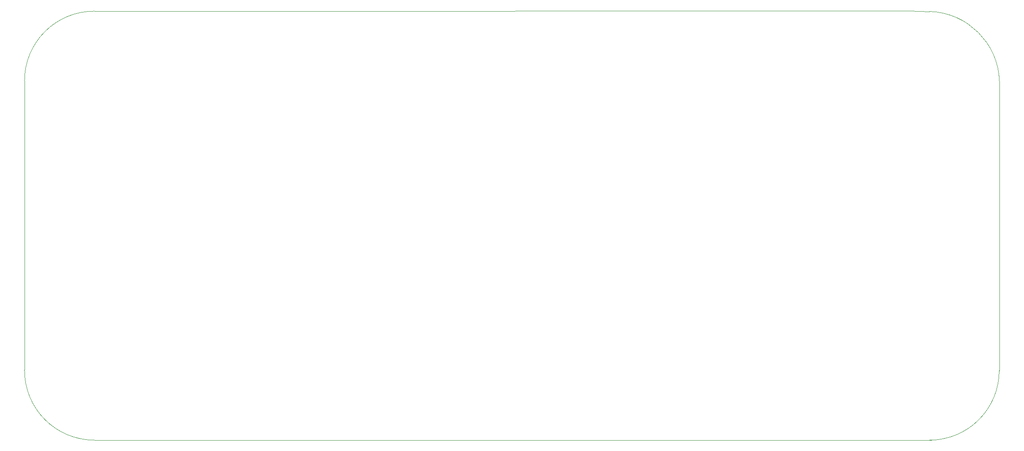
<source format=gbr>
%TF.GenerationSoftware,KiCad,Pcbnew,8.0.6*%
%TF.CreationDate,2024-12-28T01:58:13+02:00*%
%TF.ProjectId,Control_PCB,436f6e74-726f-46c5-9f50-43422e6b6963,rev?*%
%TF.SameCoordinates,Original*%
%TF.FileFunction,Profile,NP*%
%FSLAX46Y46*%
G04 Gerber Fmt 4.6, Leading zero omitted, Abs format (unit mm)*
G04 Created by KiCad (PCBNEW 8.0.6) date 2024-12-28 01:58:13*
%MOMM*%
%LPD*%
G01*
G04 APERTURE LIST*
%TA.AperFunction,Profile*%
%ADD10C,0.050000*%
%TD*%
G04 APERTURE END LIST*
D10*
X51730900Y-132128080D02*
X55880000Y-132128080D01*
X235751573Y-117958113D02*
G75*
G02*
X221586362Y-132126673I-14168573J13D01*
G01*
X37499843Y-58928000D02*
G75*
G02*
X51723681Y-44752084I14175997J0D01*
G01*
X37499844Y-117856000D02*
X37499843Y-58928000D01*
X51730738Y-44752081D02*
X55879838Y-44752081D01*
X55872781Y-44752081D02*
X217416943Y-44707760D01*
X221583056Y-44809873D02*
G75*
G02*
X235803233Y-59030229I-446656J-14666827D01*
G01*
X51723843Y-132128080D02*
G75*
G02*
X37499841Y-117856000I-3J14224080D01*
G01*
X221583056Y-44809873D02*
X217416943Y-44707760D01*
X235803300Y-59030227D02*
X235807056Y-117958113D01*
X222000000Y-132128080D02*
X55872943Y-132128080D01*
M02*

</source>
